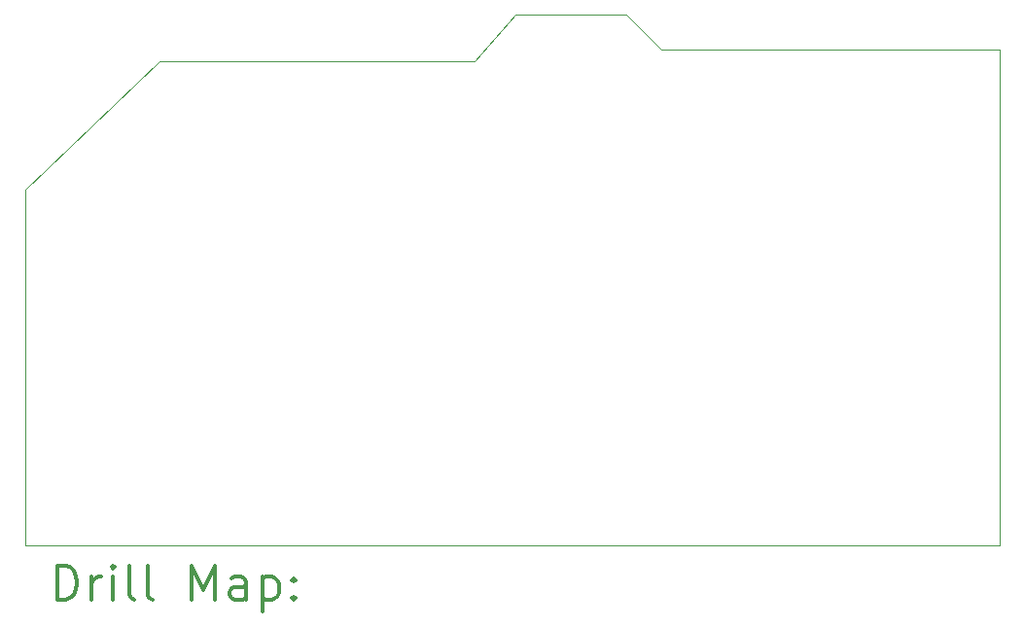
<source format=gbr>
%FSLAX45Y45*%
G04 Gerber Fmt 4.5, Leading zero omitted, Abs format (unit mm)*
G04 Created by KiCad (PCBNEW (5.1.6)-1) date 2020-10-05 09:36:19*
%MOMM*%
%LPD*%
G01*
G04 APERTURE LIST*
%TA.AperFunction,Profile*%
%ADD10C,0.100000*%
%TD*%
%ADD11C,0.200000*%
%ADD12C,0.300000*%
G04 APERTURE END LIST*
D10*
X14528800Y-7975600D02*
X14833600Y-8280400D01*
X13563600Y-7975600D02*
X14528800Y-7975600D01*
X13208000Y-8382000D02*
X13563600Y-7975600D01*
X10464800Y-8382000D02*
X13208000Y-8382000D01*
X9296400Y-9499600D02*
X10464800Y-8382000D01*
X9296400Y-12598400D02*
X9296400Y-9499600D01*
X17780000Y-12598400D02*
X9296400Y-12598400D01*
X17780000Y-8280400D02*
X17780000Y-12598400D01*
X14833600Y-8280400D02*
X17780000Y-8280400D01*
D11*
D12*
X9577828Y-13069114D02*
X9577828Y-12769114D01*
X9649257Y-12769114D01*
X9692114Y-12783400D01*
X9720686Y-12811971D01*
X9734971Y-12840543D01*
X9749257Y-12897686D01*
X9749257Y-12940543D01*
X9734971Y-12997686D01*
X9720686Y-13026257D01*
X9692114Y-13054829D01*
X9649257Y-13069114D01*
X9577828Y-13069114D01*
X9877828Y-13069114D02*
X9877828Y-12869114D01*
X9877828Y-12926257D02*
X9892114Y-12897686D01*
X9906400Y-12883400D01*
X9934971Y-12869114D01*
X9963543Y-12869114D01*
X10063543Y-13069114D02*
X10063543Y-12869114D01*
X10063543Y-12769114D02*
X10049257Y-12783400D01*
X10063543Y-12797686D01*
X10077828Y-12783400D01*
X10063543Y-12769114D01*
X10063543Y-12797686D01*
X10249257Y-13069114D02*
X10220686Y-13054829D01*
X10206400Y-13026257D01*
X10206400Y-12769114D01*
X10406400Y-13069114D02*
X10377828Y-13054829D01*
X10363543Y-13026257D01*
X10363543Y-12769114D01*
X10749257Y-13069114D02*
X10749257Y-12769114D01*
X10849257Y-12983400D01*
X10949257Y-12769114D01*
X10949257Y-13069114D01*
X11220686Y-13069114D02*
X11220686Y-12911971D01*
X11206400Y-12883400D01*
X11177828Y-12869114D01*
X11120686Y-12869114D01*
X11092114Y-12883400D01*
X11220686Y-13054829D02*
X11192114Y-13069114D01*
X11120686Y-13069114D01*
X11092114Y-13054829D01*
X11077828Y-13026257D01*
X11077828Y-12997686D01*
X11092114Y-12969114D01*
X11120686Y-12954829D01*
X11192114Y-12954829D01*
X11220686Y-12940543D01*
X11363543Y-12869114D02*
X11363543Y-13169114D01*
X11363543Y-12883400D02*
X11392114Y-12869114D01*
X11449257Y-12869114D01*
X11477828Y-12883400D01*
X11492114Y-12897686D01*
X11506400Y-12926257D01*
X11506400Y-13011971D01*
X11492114Y-13040543D01*
X11477828Y-13054829D01*
X11449257Y-13069114D01*
X11392114Y-13069114D01*
X11363543Y-13054829D01*
X11634971Y-13040543D02*
X11649257Y-13054829D01*
X11634971Y-13069114D01*
X11620686Y-13054829D01*
X11634971Y-13040543D01*
X11634971Y-13069114D01*
X11634971Y-12883400D02*
X11649257Y-12897686D01*
X11634971Y-12911971D01*
X11620686Y-12897686D01*
X11634971Y-12883400D01*
X11634971Y-12911971D01*
M02*

</source>
